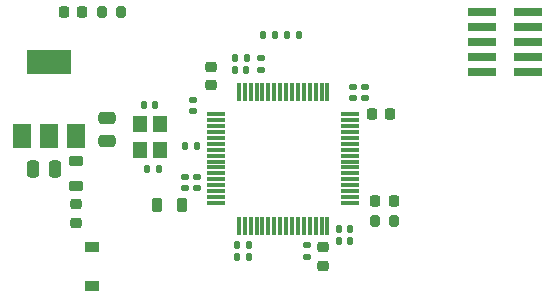
<source format=gbr>
%TF.GenerationSoftware,KiCad,Pcbnew,(6.0.7)*%
%TF.CreationDate,2023-05-29T18:59:42-07:00*%
%TF.ProjectId,STM32F4_Breakout,53544d33-3246-4345-9f42-7265616b6f75,rev?*%
%TF.SameCoordinates,Original*%
%TF.FileFunction,Paste,Top*%
%TF.FilePolarity,Positive*%
%FSLAX46Y46*%
G04 Gerber Fmt 4.6, Leading zero omitted, Abs format (unit mm)*
G04 Created by KiCad (PCBNEW (6.0.7)) date 2023-05-29 18:59:42*
%MOMM*%
%LPD*%
G01*
G04 APERTURE LIST*
G04 Aperture macros list*
%AMRoundRect*
0 Rectangle with rounded corners*
0 $1 Rounding radius*
0 $2 $3 $4 $5 $6 $7 $8 $9 X,Y pos of 4 corners*
0 Add a 4 corners polygon primitive as box body*
4,1,4,$2,$3,$4,$5,$6,$7,$8,$9,$2,$3,0*
0 Add four circle primitives for the rounded corners*
1,1,$1+$1,$2,$3*
1,1,$1+$1,$4,$5*
1,1,$1+$1,$6,$7*
1,1,$1+$1,$8,$9*
0 Add four rect primitives between the rounded corners*
20,1,$1+$1,$2,$3,$4,$5,0*
20,1,$1+$1,$4,$5,$6,$7,0*
20,1,$1+$1,$6,$7,$8,$9,0*
20,1,$1+$1,$8,$9,$2,$3,0*%
G04 Aperture macros list end*
%ADD10RoundRect,0.140000X0.140000X0.170000X-0.140000X0.170000X-0.140000X-0.170000X0.140000X-0.170000X0*%
%ADD11RoundRect,0.135000X-0.135000X-0.185000X0.135000X-0.185000X0.135000X0.185000X-0.135000X0.185000X0*%
%ADD12RoundRect,0.250000X0.250000X0.475000X-0.250000X0.475000X-0.250000X-0.475000X0.250000X-0.475000X0*%
%ADD13RoundRect,0.140000X-0.140000X-0.170000X0.140000X-0.170000X0.140000X0.170000X-0.140000X0.170000X0*%
%ADD14RoundRect,0.140000X0.170000X-0.140000X0.170000X0.140000X-0.170000X0.140000X-0.170000X-0.140000X0*%
%ADD15RoundRect,0.225000X-0.225000X-0.250000X0.225000X-0.250000X0.225000X0.250000X-0.225000X0.250000X0*%
%ADD16R,2.400000X0.740000*%
%ADD17RoundRect,0.250000X-0.475000X0.250000X-0.475000X-0.250000X0.475000X-0.250000X0.475000X0.250000X0*%
%ADD18RoundRect,0.218750X0.218750X0.256250X-0.218750X0.256250X-0.218750X-0.256250X0.218750X-0.256250X0*%
%ADD19R,1.500000X2.000000*%
%ADD20R,3.800000X2.000000*%
%ADD21RoundRect,0.135000X0.135000X0.185000X-0.135000X0.185000X-0.135000X-0.185000X0.135000X-0.185000X0*%
%ADD22RoundRect,0.200000X-0.200000X-0.275000X0.200000X-0.275000X0.200000X0.275000X-0.200000X0.275000X0*%
%ADD23RoundRect,0.075000X-0.700000X-0.075000X0.700000X-0.075000X0.700000X0.075000X-0.700000X0.075000X0*%
%ADD24RoundRect,0.075000X-0.075000X-0.700000X0.075000X-0.700000X0.075000X0.700000X-0.075000X0.700000X0*%
%ADD25RoundRect,0.225000X-0.250000X0.225000X-0.250000X-0.225000X0.250000X-0.225000X0.250000X0.225000X0*%
%ADD26RoundRect,0.135000X-0.185000X0.135000X-0.185000X-0.135000X0.185000X-0.135000X0.185000X0.135000X0*%
%ADD27R,1.200000X0.900000*%
%ADD28RoundRect,0.200000X0.200000X0.275000X-0.200000X0.275000X-0.200000X-0.275000X0.200000X-0.275000X0*%
%ADD29RoundRect,0.218750X0.256250X-0.218750X0.256250X0.218750X-0.256250X0.218750X-0.256250X-0.218750X0*%
%ADD30R,1.200000X1.400000*%
%ADD31RoundRect,0.218750X0.218750X0.381250X-0.218750X0.381250X-0.218750X-0.381250X0.218750X-0.381250X0*%
%ADD32RoundRect,0.218750X0.381250X-0.218750X0.381250X0.218750X-0.381250X0.218750X-0.381250X-0.218750X0*%
%ADD33RoundRect,0.225000X0.250000X-0.225000X0.250000X0.225000X-0.250000X0.225000X-0.250000X-0.225000X0*%
%ADD34RoundRect,0.135000X0.185000X-0.135000X0.185000X0.135000X-0.185000X0.135000X-0.185000X-0.135000X0*%
G04 APERTURE END LIST*
D10*
%TO.C,C17*%
X74580000Y-60500000D03*
X73620000Y-60500000D03*
%TD*%
D11*
%TO.C,R6*%
X77090000Y-63900000D03*
X78110000Y-63900000D03*
%TD*%
D12*
%TO.C,C2*%
X66100000Y-65850000D03*
X64200000Y-65850000D03*
%TD*%
D13*
%TO.C,C11*%
X81320000Y-57500000D03*
X82280000Y-57500000D03*
%TD*%
D14*
%TO.C,C14*%
X78100000Y-67480000D03*
X78100000Y-66520000D03*
%TD*%
D13*
%TO.C,C12*%
X81340000Y-56500000D03*
X82300000Y-56500000D03*
%TD*%
D15*
%TO.C,C16*%
X92925000Y-61200000D03*
X94475000Y-61200000D03*
%TD*%
D16*
%TO.C,J4*%
X106150000Y-57640000D03*
X102250000Y-57640000D03*
X106150000Y-56370000D03*
X102250000Y-56370000D03*
X106150000Y-55100000D03*
X102250000Y-55100000D03*
X106150000Y-53830000D03*
X102250000Y-53830000D03*
X106150000Y-52560000D03*
X102250000Y-52560000D03*
%TD*%
D17*
%TO.C,C1*%
X70500000Y-61600000D03*
X70500000Y-63500000D03*
%TD*%
D11*
%TO.C,R2*%
X85690000Y-54500000D03*
X86710000Y-54500000D03*
%TD*%
D18*
%TO.C,D2*%
X68387500Y-52600000D03*
X66812500Y-52600000D03*
%TD*%
D10*
%TO.C,C5*%
X82480000Y-72300000D03*
X81520000Y-72300000D03*
%TD*%
D19*
%TO.C,U1*%
X63300000Y-63100000D03*
X65600000Y-63100000D03*
D20*
X65600000Y-56800000D03*
D19*
X67900000Y-63100000D03*
%TD*%
D21*
%TO.C,R3*%
X84710000Y-54500000D03*
X83690000Y-54500000D03*
%TD*%
D22*
%TO.C,R7*%
X93175000Y-70300000D03*
X94825000Y-70300000D03*
%TD*%
D23*
%TO.C,U2*%
X79725000Y-61250000D03*
X79725000Y-61750000D03*
X79725000Y-62250000D03*
X79725000Y-62750000D03*
X79725000Y-63250000D03*
X79725000Y-63750000D03*
X79725000Y-64250000D03*
X79725000Y-64750000D03*
X79725000Y-65250000D03*
X79725000Y-65750000D03*
X79725000Y-66250000D03*
X79725000Y-66750000D03*
X79725000Y-67250000D03*
X79725000Y-67750000D03*
X79725000Y-68250000D03*
X79725000Y-68750000D03*
D24*
X81650000Y-70675000D03*
X82150000Y-70675000D03*
X82650000Y-70675000D03*
X83150000Y-70675000D03*
X83650000Y-70675000D03*
X84150000Y-70675000D03*
X84650000Y-70675000D03*
X85150000Y-70675000D03*
X85650000Y-70675000D03*
X86150000Y-70675000D03*
X86650000Y-70675000D03*
X87150000Y-70675000D03*
X87650000Y-70675000D03*
X88150000Y-70675000D03*
X88650000Y-70675000D03*
X89150000Y-70675000D03*
D23*
X91075000Y-68750000D03*
X91075000Y-68250000D03*
X91075000Y-67750000D03*
X91075000Y-67250000D03*
X91075000Y-66750000D03*
X91075000Y-66250000D03*
X91075000Y-65750000D03*
X91075000Y-65250000D03*
X91075000Y-64750000D03*
X91075000Y-64250000D03*
X91075000Y-63750000D03*
X91075000Y-63250000D03*
X91075000Y-62750000D03*
X91075000Y-62250000D03*
X91075000Y-61750000D03*
X91075000Y-61250000D03*
D24*
X89150000Y-59325000D03*
X88650000Y-59325000D03*
X88150000Y-59325000D03*
X87650000Y-59325000D03*
X87150000Y-59325000D03*
X86650000Y-59325000D03*
X86150000Y-59325000D03*
X85650000Y-59325000D03*
X85150000Y-59325000D03*
X84650000Y-59325000D03*
X84150000Y-59325000D03*
X83650000Y-59325000D03*
X83150000Y-59325000D03*
X82650000Y-59325000D03*
X82150000Y-59325000D03*
X81650000Y-59325000D03*
%TD*%
D25*
%TO.C,C15*%
X88800000Y-72525000D03*
X88800000Y-74075000D03*
%TD*%
D14*
%TO.C,C4*%
X77800000Y-60980000D03*
X77800000Y-60020000D03*
%TD*%
D26*
%TO.C,R4*%
X83500000Y-56490000D03*
X83500000Y-57510000D03*
%TD*%
D27*
%TO.C,D1*%
X69200000Y-72450000D03*
X69200000Y-75750000D03*
%TD*%
D14*
%TO.C,C9*%
X91300000Y-59880000D03*
X91300000Y-58920000D03*
%TD*%
D28*
%TO.C,R1*%
X71700000Y-52600000D03*
X70050000Y-52600000D03*
%TD*%
D29*
%TO.C,F1*%
X67900000Y-70437500D03*
X67900000Y-68862500D03*
%TD*%
D14*
%TO.C,C13*%
X77100000Y-67500000D03*
X77100000Y-66540000D03*
%TD*%
D13*
%TO.C,C8*%
X90140000Y-72000000D03*
X91100000Y-72000000D03*
%TD*%
D30*
%TO.C,HSE1*%
X73250000Y-62100000D03*
X73250000Y-64300000D03*
X74950000Y-64300000D03*
X74950000Y-62100000D03*
%TD*%
D31*
%TO.C,FB2*%
X76862500Y-68900000D03*
X74737500Y-68900000D03*
%TD*%
D13*
%TO.C,C7*%
X90120000Y-71000000D03*
X91080000Y-71000000D03*
%TD*%
D14*
%TO.C,C10*%
X92300000Y-59880000D03*
X92300000Y-58920000D03*
%TD*%
D10*
%TO.C,C6*%
X82480000Y-73300000D03*
X81520000Y-73300000D03*
%TD*%
D18*
%TO.C,D3*%
X94787500Y-68600000D03*
X93212500Y-68600000D03*
%TD*%
D10*
%TO.C,C18*%
X74860000Y-65900000D03*
X73900000Y-65900000D03*
%TD*%
D32*
%TO.C,FB1*%
X67900000Y-67350000D03*
X67900000Y-65225000D03*
%TD*%
D33*
%TO.C,C3*%
X79300000Y-58775000D03*
X79300000Y-57225000D03*
%TD*%
D34*
%TO.C,R5*%
X87400000Y-73310000D03*
X87400000Y-72290000D03*
%TD*%
M02*

</source>
